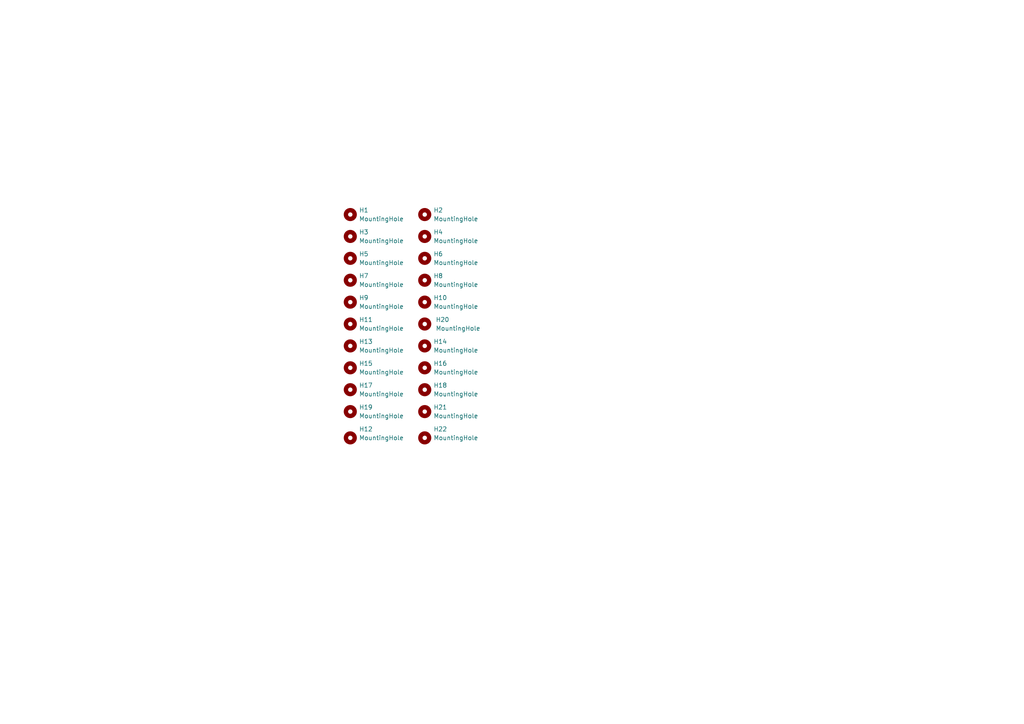
<source format=kicad_sch>
(kicad_sch (version 20230121) (generator eeschema)
  (paper "A4")
  (lib_symbols
    (symbol "Mechanical:MountingHole" (pin_names (offset 1.016))
      (property "Reference" "H" (at 0 5.08 0))
      (property "Value" "MountingHole" (at 0 3.175 0))
      (symbol "MountingHole_0_1"
        (circle (center 0 0) (radius 1.27) (stroke (width 1.27)))
      )
    )
  )
  (symbol (lib_id "Mechanical:MountingHole") (at 123.19 93.98 0) (unit 1)
    (property "Reference" "H20" (at 126.365 92.71 0) (effects (justify left)))
    (property "Value" "MountingHole" (at 126.365 95.25 0) (effects (justify left)))
    (property "Footprint" "MountingHole:MountingHole_3.2mm_M3_DIN965" (effects hide))
  )
  (symbol (lib_id "Mechanical:MountingHole") (at 101.6 127 0) (unit 1)
    (property "Reference" "H12" (at 104.14 124.46 0) (effects (justify left)))
    (property "Value" "MountingHole" (at 104.14 127 0) (effects (justify left)))
    (property "Footprint" "MountingHole:MountingHole_3.2mm_M3_DIN965" (effects hide))
  )
  (symbol (lib_id "Mechanical:MountingHole") (at 101.6 100.33 0) (unit 1)
    (property "Reference" "H13" (at 104.14 99.06 0) (effects (justify left)))
    (property "Value" "MountingHole" (at 104.14 101.6 0) (effects (justify left)))
    (property "Footprint" "MountingHole:MountingHole_3.2mm_M3_DIN965" (effects hide))
  )
  (symbol (lib_id "Mechanical:MountingHole") (at 101.6 62.23 0) (unit 1)
    (property "Reference" "H1" (at 104.14 60.96 0) (effects (justify left)))
    (property "Value" "MountingHole" (at 104.14 63.5 0) (effects (justify left)))
    (property "Footprint" "MountingHole:MountingHole_3.2mm_M3_DIN965" (effects hide))
  )
  (symbol (lib_id "Mechanical:MountingHole") (at 123.19 74.93 0) (unit 1)
    (property "Reference" "H6" (at 125.73 73.66 0) (effects (justify left)))
    (property "Value" "MountingHole" (at 125.73 76.2 0) (effects (justify left)))
    (property "Footprint" "MountingHole:MountingHole_3.2mm_M3_DIN965" (effects hide))
  )
  (symbol (lib_id "Mechanical:MountingHole") (at 123.19 81.28 0) (unit 1)
    (property "Reference" "H8" (at 125.73 80.01 0) (effects (justify left)))
    (property "Value" "MountingHole" (at 125.73 82.55 0) (effects (justify left)))
    (property "Footprint" "MountingHole:MountingHole_3.2mm_M3_DIN965" (effects hide))
  )
  (symbol (lib_id "Mechanical:MountingHole") (at 101.6 119.38 0) (unit 1)
    (property "Reference" "H19" (at 104.14 118.11 0) (effects (justify left)))
    (property "Value" "MountingHole" (at 104.14 120.65 0) (effects (justify left)))
    (property "Footprint" "MountingHole:MountingHole_3.2mm_M3_DIN965" (effects hide))
  )
  (symbol (lib_id "Mechanical:MountingHole") (at 123.19 127 0) (unit 1)
    (property "Reference" "H22" (at 125.73 124.46 0) (effects (justify left)))
    (property "Value" "MountingHole" (at 125.73 127 0) (effects (justify left)))
    (property "Footprint" "MountingHole:MountingHole_3.2mm_M3_DIN965" (effects hide))
  )
  (symbol (lib_id "Mechanical:MountingHole") (at 123.19 106.68 0) (unit 1)
    (property "Reference" "H16" (at 125.73 105.41 0) (effects (justify left)))
    (property "Value" "MountingHole" (at 125.73 107.95 0) (effects (justify left)))
    (property "Footprint" "MountingHole:MountingHole_3.2mm_M3_DIN965" (effects hide))
  )
  (symbol (lib_id "Mechanical:MountingHole") (at 101.6 81.28 0) (unit 1)
    (property "Reference" "H7" (at 104.14 80.01 0) (effects (justify left)))
    (property "Value" "MountingHole" (at 104.14 82.55 0) (effects (justify left)))
    (property "Footprint" "MountingHole:MountingHole_3.2mm_M3_DIN965" (effects hide))
  )
  (symbol (lib_id "Mechanical:MountingHole") (at 101.6 106.68 0) (unit 1)
    (property "Reference" "H15" (at 104.14 105.41 0) (effects (justify left)))
    (property "Value" "MountingHole" (at 104.14 107.95 0) (effects (justify left)))
    (property "Footprint" "MountingHole:MountingHole_3.2mm_M3_DIN965" (effects hide))
  )
  (symbol (lib_id "Mechanical:MountingHole") (at 123.19 119.38 0) (unit 1)
    (property "Reference" "H21" (at 125.73 118.11 0) (effects (justify left)))
    (property "Value" "MountingHole" (at 125.73 120.65 0) (effects (justify left)))
    (property "Footprint" "MountingHole:MountingHole_3.2mm_M3_DIN965" (effects hide))
  )
  (symbol (lib_id "Mechanical:MountingHole") (at 101.6 93.98 0) (unit 1)
    (property "Reference" "H11" (at 104.14 92.71 0) (effects (justify left)))
    (property "Value" "MountingHole" (at 104.14 95.25 0) (effects (justify left)))
    (property "Footprint" "MountingHole:MountingHole_3.2mm_M3_DIN965" (effects hide))
  )
  (symbol (lib_id "Mechanical:MountingHole") (at 123.19 100.33 0) (unit 1)
    (property "Reference" "H14" (at 125.73 99.06 0) (effects (justify left)))
    (property "Value" "MountingHole" (at 125.73 101.6 0) (effects (justify left)))
    (property "Footprint" "MountingHole:MountingHole_3.2mm_M3_DIN965" (effects hide))
  )
  (symbol (lib_id "Mechanical:MountingHole") (at 101.6 68.58 0) (unit 1)
    (property "Reference" "H3" (at 104.14 67.31 0) (effects (justify left)))
    (property "Value" "MountingHole" (at 104.14 69.85 0) (effects (justify left)))
    (property "Footprint" "MountingHole:MountingHole_3.2mm_M3_DIN965" (effects hide))
  )
  (symbol (lib_id "Mechanical:MountingHole") (at 123.19 87.63 0) (unit 1)
    (property "Reference" "H10" (at 125.73 86.36 0) (effects (justify left)))
    (property "Value" "MountingHole" (at 125.73 88.9 0) (effects (justify left)))
    (property "Footprint" "MountingHole:MountingHole_3.2mm_M3_DIN965" (effects hide))
  )
  (symbol (lib_id "Mechanical:MountingHole") (at 101.6 113.03 0) (unit 1)
    (property "Reference" "H17" (at 104.14 111.76 0) (effects (justify left)))
    (property "Value" "MountingHole" (at 104.14 114.3 0) (effects (justify left)))
    (property "Footprint" "MountingHole:MountingHole_3.2mm_M3_DIN965" (effects hide))
  )
  (symbol (lib_id "Mechanical:MountingHole") (at 123.19 68.58 0) (unit 1)
    (property "Reference" "H4" (at 125.73 67.31 0) (effects (justify left)))
    (property "Value" "MountingHole" (at 125.73 69.85 0) (effects (justify left)))
    (property "Footprint" "MountingHole:MountingHole_3.2mm_M3_DIN965" (effects hide))
  )
  (symbol (lib_id "Mechanical:MountingHole") (at 101.6 74.93 0) (unit 1)
    (property "Reference" "H5" (at 104.14 73.66 0) (effects (justify left)))
    (property "Value" "MountingHole" (at 104.14 76.2 0) (effects (justify left)))
    (property "Footprint" "MountingHole:MountingHole_3.2mm_M3_DIN965" (effects hide))
  )
  (symbol (lib_id "Mechanical:MountingHole") (at 123.19 113.03 0) (unit 1)
    (property "Reference" "H18" (at 125.73 111.76 0) (effects (justify left)))
    (property "Value" "MountingHole" (at 125.73 114.3 0) (effects (justify left)))
    (property "Footprint" "MountingHole:MountingHole_3.2mm_M3_DIN965" (effects hide))
  )
  (symbol (lib_id "Mechanical:MountingHole") (at 101.6 87.63 0) (unit 1)
    (property "Reference" "H9" (at 104.14 86.36 0) (effects (justify left)))
    (property "Value" "MountingHole" (at 104.14 88.9 0) (effects (justify left)))
    (property "Footprint" "MountingHole:MountingHole_3.2mm_M3_DIN965" (effects hide))
  )
  (symbol (lib_id "Mechanical:MountingHole") (at 123.19 62.23 0) (unit 1)
    (property "Reference" "H2" (at 125.73 60.96 0) (effects (justify left)))
    (property "Value" "MountingHole" (at 125.73 63.5 0) (effects (justify left)))
    (property "Footprint" "MountingHole:MountingHole_3.2mm_M3_DIN965" (effects hide))
  )
)
</source>
